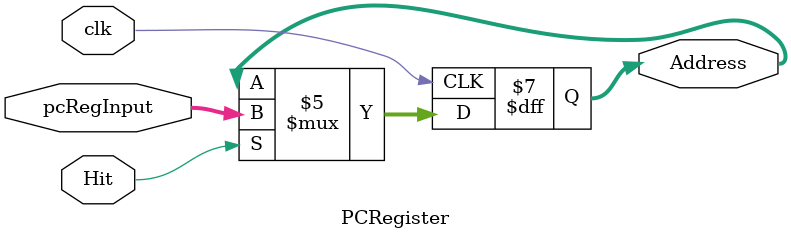
<source format=v>
`timescale 1ns / 1ps

module PCRegister
	 (
	 //ports declaration 
	 input [31:0] pcRegInput,
	 input clk,
	 input Hit,
	 output reg [31:0] Address
	 );
	 
	 
	 always@(negedge clk) begin
		if(Hit == 1)begin
			Address = pcRegInput;
		end
		//$display("pcreginput = %b",pcRegInput);
		//$display("Hit = %b",Hit);
		//$display("Address = %b",Address);
	 end
	 
	 initial begin
		Address=0;
	 end

	
endmodule

</source>
